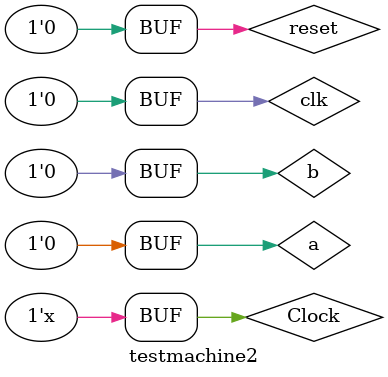
<source format=v>
`timescale 1ns / 1ps


module testmachine2;

	// Inputs
	reg clk;
	reg reset;
	reg a;
	reg b;

	// Outputs
	wire y0;
	wire yl;

	// Instantiate the Unit Under Test (UUT)
	fsmegmultseg uut (
		.clk(clk), 
		.reset(reset), 
		.a(a), 
		.b(b), 
		.y0(y0), 
		.yl(yl)
	);
	
always #10 Clock =~Clock;
	initial begin
		// Initialize Inputs
		clk = 0;
		reset = 0;
		a = 0;
		b = 0;

		// Wait 100 ns for global reset to finish
		#100;
        
		// Add stimulus here

	end
      
endmodule


</source>
